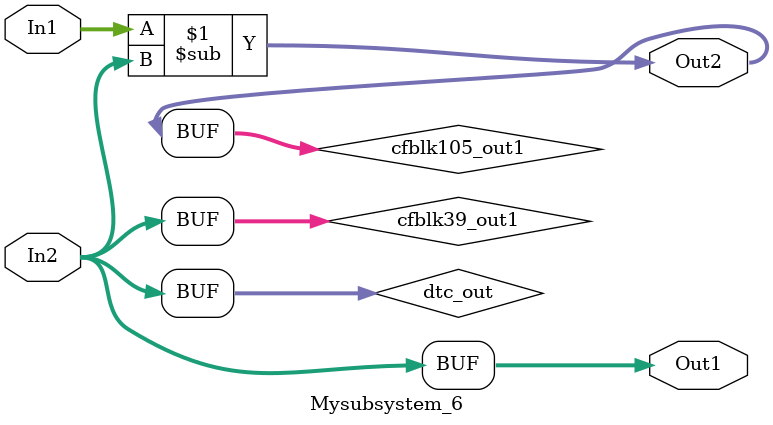
<source format=v>



`timescale 1 ns / 1 ns

module Mysubsystem_6
          (In1,
           In2,
           Out1,
           Out2);


  input   [7:0] In1;  // uint8
  input   [7:0] In2;  // uint8
  output  [7:0] Out1;  // uint8
  output  [7:0] Out2;  // uint8


  wire [7:0] dtc_out;  // ufix8
  wire [7:0] cfblk39_out1;  // uint8
  wire [7:0] cfblk105_out1;  // uint8


  assign dtc_out = In2;



  assign cfblk39_out1 = dtc_out;



  assign Out1 = cfblk39_out1;

  assign cfblk105_out1 = In1 - cfblk39_out1;



  assign Out2 = cfblk105_out1;

endmodule  // Mysubsystem_6


</source>
